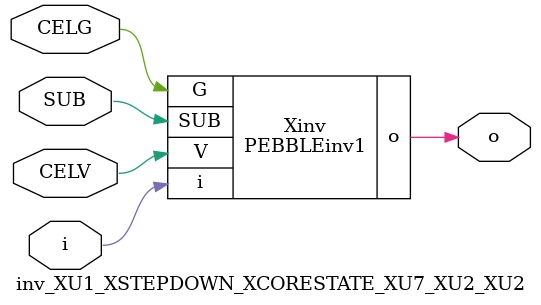
<source format=v>



module PEBBLEinv1 ( o, G, SUB, V, i );

  input V;
  input i;
  input G;
  output o;
  input SUB;
endmodule

//Celera Confidential Do Not Copy inv_XU1_XSTEPDOWN_XCORESTATE_XU7_XU2_XU2
//Celera Confidential Symbol Generator
//5V Inverter
module inv_XU1_XSTEPDOWN_XCORESTATE_XU7_XU2_XU2 (CELV,CELG,i,o,SUB);
input CELV;
input CELG;
input i;
input SUB;
output o;

//Celera Confidential Do Not Copy inv
PEBBLEinv1 Xinv(
.V (CELV),
.i (i),
.o (o),
.SUB (SUB),
.G (CELG)
);
//,diesize,PEBBLEinv1

//Celera Confidential Do Not Copy Module End
//Celera Schematic Generator
endmodule

</source>
